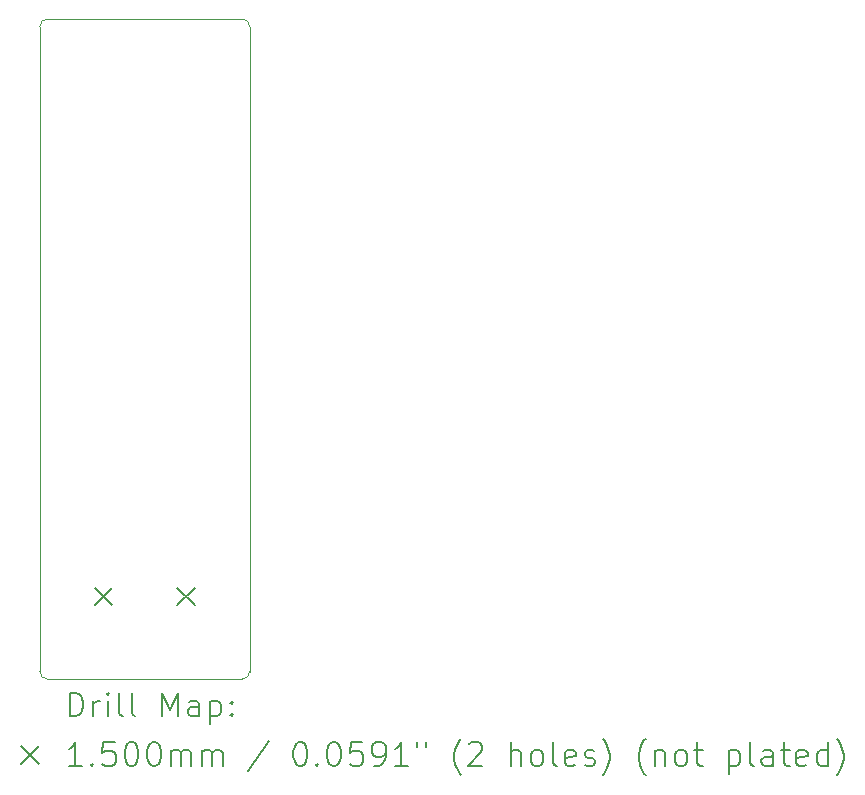
<source format=gbr>
%TF.GenerationSoftware,KiCad,Pcbnew,6.0.9-8da3e8f707~116~ubuntu20.04.1*%
%TF.CreationDate,2022-12-23T11:35:52+01:00*%
%TF.ProjectId,pcm_dac,70636d5f-6461-4632-9e6b-696361645f70,rev?*%
%TF.SameCoordinates,Original*%
%TF.FileFunction,Drillmap*%
%TF.FilePolarity,Positive*%
%FSLAX45Y45*%
G04 Gerber Fmt 4.5, Leading zero omitted, Abs format (unit mm)*
G04 Created by KiCad (PCBNEW 6.0.9-8da3e8f707~116~ubuntu20.04.1) date 2022-12-23 11:35:52*
%MOMM*%
%LPD*%
G01*
G04 APERTURE LIST*
%ADD10C,0.100000*%
%ADD11C,0.200000*%
%ADD12C,0.150000*%
G04 APERTURE END LIST*
D10*
X11938000Y-5905500D02*
X11938000Y-11366500D01*
X13652500Y-11430000D02*
G75*
G03*
X13716000Y-11366500I0J63500D01*
G01*
X13716000Y-5905500D02*
G75*
G03*
X13652500Y-5842000I-63500J0D01*
G01*
X11938000Y-11366500D02*
G75*
G03*
X12001500Y-11430000I63500J0D01*
G01*
X13716000Y-11366500D02*
X13716000Y-5905500D01*
X13652500Y-5842000D02*
X12001500Y-5842000D01*
X12001500Y-11430000D02*
X13652500Y-11430000D01*
X12001500Y-5842000D02*
G75*
G03*
X11938000Y-5905500I0J-63500D01*
G01*
D11*
D12*
X12402500Y-10656500D02*
X12552500Y-10806500D01*
X12552500Y-10656500D02*
X12402500Y-10806500D01*
X13102500Y-10656500D02*
X13252500Y-10806500D01*
X13252500Y-10656500D02*
X13102500Y-10806500D01*
D11*
X12190619Y-11745476D02*
X12190619Y-11545476D01*
X12238238Y-11545476D01*
X12266809Y-11555000D01*
X12285857Y-11574048D01*
X12295381Y-11593095D01*
X12304905Y-11631190D01*
X12304905Y-11659762D01*
X12295381Y-11697857D01*
X12285857Y-11716905D01*
X12266809Y-11735952D01*
X12238238Y-11745476D01*
X12190619Y-11745476D01*
X12390619Y-11745476D02*
X12390619Y-11612143D01*
X12390619Y-11650238D02*
X12400143Y-11631190D01*
X12409667Y-11621667D01*
X12428714Y-11612143D01*
X12447762Y-11612143D01*
X12514428Y-11745476D02*
X12514428Y-11612143D01*
X12514428Y-11545476D02*
X12504905Y-11555000D01*
X12514428Y-11564524D01*
X12523952Y-11555000D01*
X12514428Y-11545476D01*
X12514428Y-11564524D01*
X12638238Y-11745476D02*
X12619190Y-11735952D01*
X12609667Y-11716905D01*
X12609667Y-11545476D01*
X12743000Y-11745476D02*
X12723952Y-11735952D01*
X12714428Y-11716905D01*
X12714428Y-11545476D01*
X12971571Y-11745476D02*
X12971571Y-11545476D01*
X13038238Y-11688333D01*
X13104905Y-11545476D01*
X13104905Y-11745476D01*
X13285857Y-11745476D02*
X13285857Y-11640714D01*
X13276333Y-11621667D01*
X13257286Y-11612143D01*
X13219190Y-11612143D01*
X13200143Y-11621667D01*
X13285857Y-11735952D02*
X13266809Y-11745476D01*
X13219190Y-11745476D01*
X13200143Y-11735952D01*
X13190619Y-11716905D01*
X13190619Y-11697857D01*
X13200143Y-11678809D01*
X13219190Y-11669286D01*
X13266809Y-11669286D01*
X13285857Y-11659762D01*
X13381095Y-11612143D02*
X13381095Y-11812143D01*
X13381095Y-11621667D02*
X13400143Y-11612143D01*
X13438238Y-11612143D01*
X13457286Y-11621667D01*
X13466809Y-11631190D01*
X13476333Y-11650238D01*
X13476333Y-11707381D01*
X13466809Y-11726428D01*
X13457286Y-11735952D01*
X13438238Y-11745476D01*
X13400143Y-11745476D01*
X13381095Y-11735952D01*
X13562048Y-11726428D02*
X13571571Y-11735952D01*
X13562048Y-11745476D01*
X13552524Y-11735952D01*
X13562048Y-11726428D01*
X13562048Y-11745476D01*
X13562048Y-11621667D02*
X13571571Y-11631190D01*
X13562048Y-11640714D01*
X13552524Y-11631190D01*
X13562048Y-11621667D01*
X13562048Y-11640714D01*
D12*
X11783000Y-12000000D02*
X11933000Y-12150000D01*
X11933000Y-12000000D02*
X11783000Y-12150000D01*
D11*
X12295381Y-12165476D02*
X12181095Y-12165476D01*
X12238238Y-12165476D02*
X12238238Y-11965476D01*
X12219190Y-11994048D01*
X12200143Y-12013095D01*
X12181095Y-12022619D01*
X12381095Y-12146428D02*
X12390619Y-12155952D01*
X12381095Y-12165476D01*
X12371571Y-12155952D01*
X12381095Y-12146428D01*
X12381095Y-12165476D01*
X12571571Y-11965476D02*
X12476333Y-11965476D01*
X12466809Y-12060714D01*
X12476333Y-12051190D01*
X12495381Y-12041667D01*
X12543000Y-12041667D01*
X12562048Y-12051190D01*
X12571571Y-12060714D01*
X12581095Y-12079762D01*
X12581095Y-12127381D01*
X12571571Y-12146428D01*
X12562048Y-12155952D01*
X12543000Y-12165476D01*
X12495381Y-12165476D01*
X12476333Y-12155952D01*
X12466809Y-12146428D01*
X12704905Y-11965476D02*
X12723952Y-11965476D01*
X12743000Y-11975000D01*
X12752524Y-11984524D01*
X12762048Y-12003571D01*
X12771571Y-12041667D01*
X12771571Y-12089286D01*
X12762048Y-12127381D01*
X12752524Y-12146428D01*
X12743000Y-12155952D01*
X12723952Y-12165476D01*
X12704905Y-12165476D01*
X12685857Y-12155952D01*
X12676333Y-12146428D01*
X12666809Y-12127381D01*
X12657286Y-12089286D01*
X12657286Y-12041667D01*
X12666809Y-12003571D01*
X12676333Y-11984524D01*
X12685857Y-11975000D01*
X12704905Y-11965476D01*
X12895381Y-11965476D02*
X12914428Y-11965476D01*
X12933476Y-11975000D01*
X12943000Y-11984524D01*
X12952524Y-12003571D01*
X12962048Y-12041667D01*
X12962048Y-12089286D01*
X12952524Y-12127381D01*
X12943000Y-12146428D01*
X12933476Y-12155952D01*
X12914428Y-12165476D01*
X12895381Y-12165476D01*
X12876333Y-12155952D01*
X12866809Y-12146428D01*
X12857286Y-12127381D01*
X12847762Y-12089286D01*
X12847762Y-12041667D01*
X12857286Y-12003571D01*
X12866809Y-11984524D01*
X12876333Y-11975000D01*
X12895381Y-11965476D01*
X13047762Y-12165476D02*
X13047762Y-12032143D01*
X13047762Y-12051190D02*
X13057286Y-12041667D01*
X13076333Y-12032143D01*
X13104905Y-12032143D01*
X13123952Y-12041667D01*
X13133476Y-12060714D01*
X13133476Y-12165476D01*
X13133476Y-12060714D02*
X13143000Y-12041667D01*
X13162048Y-12032143D01*
X13190619Y-12032143D01*
X13209667Y-12041667D01*
X13219190Y-12060714D01*
X13219190Y-12165476D01*
X13314428Y-12165476D02*
X13314428Y-12032143D01*
X13314428Y-12051190D02*
X13323952Y-12041667D01*
X13343000Y-12032143D01*
X13371571Y-12032143D01*
X13390619Y-12041667D01*
X13400143Y-12060714D01*
X13400143Y-12165476D01*
X13400143Y-12060714D02*
X13409667Y-12041667D01*
X13428714Y-12032143D01*
X13457286Y-12032143D01*
X13476333Y-12041667D01*
X13485857Y-12060714D01*
X13485857Y-12165476D01*
X13876333Y-11955952D02*
X13704905Y-12213095D01*
X14133476Y-11965476D02*
X14152524Y-11965476D01*
X14171571Y-11975000D01*
X14181095Y-11984524D01*
X14190619Y-12003571D01*
X14200143Y-12041667D01*
X14200143Y-12089286D01*
X14190619Y-12127381D01*
X14181095Y-12146428D01*
X14171571Y-12155952D01*
X14152524Y-12165476D01*
X14133476Y-12165476D01*
X14114428Y-12155952D01*
X14104905Y-12146428D01*
X14095381Y-12127381D01*
X14085857Y-12089286D01*
X14085857Y-12041667D01*
X14095381Y-12003571D01*
X14104905Y-11984524D01*
X14114428Y-11975000D01*
X14133476Y-11965476D01*
X14285857Y-12146428D02*
X14295381Y-12155952D01*
X14285857Y-12165476D01*
X14276333Y-12155952D01*
X14285857Y-12146428D01*
X14285857Y-12165476D01*
X14419190Y-11965476D02*
X14438238Y-11965476D01*
X14457286Y-11975000D01*
X14466809Y-11984524D01*
X14476333Y-12003571D01*
X14485857Y-12041667D01*
X14485857Y-12089286D01*
X14476333Y-12127381D01*
X14466809Y-12146428D01*
X14457286Y-12155952D01*
X14438238Y-12165476D01*
X14419190Y-12165476D01*
X14400143Y-12155952D01*
X14390619Y-12146428D01*
X14381095Y-12127381D01*
X14371571Y-12089286D01*
X14371571Y-12041667D01*
X14381095Y-12003571D01*
X14390619Y-11984524D01*
X14400143Y-11975000D01*
X14419190Y-11965476D01*
X14666809Y-11965476D02*
X14571571Y-11965476D01*
X14562048Y-12060714D01*
X14571571Y-12051190D01*
X14590619Y-12041667D01*
X14638238Y-12041667D01*
X14657286Y-12051190D01*
X14666809Y-12060714D01*
X14676333Y-12079762D01*
X14676333Y-12127381D01*
X14666809Y-12146428D01*
X14657286Y-12155952D01*
X14638238Y-12165476D01*
X14590619Y-12165476D01*
X14571571Y-12155952D01*
X14562048Y-12146428D01*
X14771571Y-12165476D02*
X14809667Y-12165476D01*
X14828714Y-12155952D01*
X14838238Y-12146428D01*
X14857286Y-12117857D01*
X14866809Y-12079762D01*
X14866809Y-12003571D01*
X14857286Y-11984524D01*
X14847762Y-11975000D01*
X14828714Y-11965476D01*
X14790619Y-11965476D01*
X14771571Y-11975000D01*
X14762048Y-11984524D01*
X14752524Y-12003571D01*
X14752524Y-12051190D01*
X14762048Y-12070238D01*
X14771571Y-12079762D01*
X14790619Y-12089286D01*
X14828714Y-12089286D01*
X14847762Y-12079762D01*
X14857286Y-12070238D01*
X14866809Y-12051190D01*
X15057286Y-12165476D02*
X14943000Y-12165476D01*
X15000143Y-12165476D02*
X15000143Y-11965476D01*
X14981095Y-11994048D01*
X14962048Y-12013095D01*
X14943000Y-12022619D01*
X15133476Y-11965476D02*
X15133476Y-12003571D01*
X15209667Y-11965476D02*
X15209667Y-12003571D01*
X15504905Y-12241667D02*
X15495381Y-12232143D01*
X15476333Y-12203571D01*
X15466809Y-12184524D01*
X15457286Y-12155952D01*
X15447762Y-12108333D01*
X15447762Y-12070238D01*
X15457286Y-12022619D01*
X15466809Y-11994048D01*
X15476333Y-11975000D01*
X15495381Y-11946428D01*
X15504905Y-11936905D01*
X15571571Y-11984524D02*
X15581095Y-11975000D01*
X15600143Y-11965476D01*
X15647762Y-11965476D01*
X15666809Y-11975000D01*
X15676333Y-11984524D01*
X15685857Y-12003571D01*
X15685857Y-12022619D01*
X15676333Y-12051190D01*
X15562048Y-12165476D01*
X15685857Y-12165476D01*
X15923952Y-12165476D02*
X15923952Y-11965476D01*
X16009667Y-12165476D02*
X16009667Y-12060714D01*
X16000143Y-12041667D01*
X15981095Y-12032143D01*
X15952524Y-12032143D01*
X15933476Y-12041667D01*
X15923952Y-12051190D01*
X16133476Y-12165476D02*
X16114428Y-12155952D01*
X16104905Y-12146428D01*
X16095381Y-12127381D01*
X16095381Y-12070238D01*
X16104905Y-12051190D01*
X16114428Y-12041667D01*
X16133476Y-12032143D01*
X16162048Y-12032143D01*
X16181095Y-12041667D01*
X16190619Y-12051190D01*
X16200143Y-12070238D01*
X16200143Y-12127381D01*
X16190619Y-12146428D01*
X16181095Y-12155952D01*
X16162048Y-12165476D01*
X16133476Y-12165476D01*
X16314428Y-12165476D02*
X16295381Y-12155952D01*
X16285857Y-12136905D01*
X16285857Y-11965476D01*
X16466809Y-12155952D02*
X16447762Y-12165476D01*
X16409667Y-12165476D01*
X16390619Y-12155952D01*
X16381095Y-12136905D01*
X16381095Y-12060714D01*
X16390619Y-12041667D01*
X16409667Y-12032143D01*
X16447762Y-12032143D01*
X16466809Y-12041667D01*
X16476333Y-12060714D01*
X16476333Y-12079762D01*
X16381095Y-12098809D01*
X16552524Y-12155952D02*
X16571571Y-12165476D01*
X16609667Y-12165476D01*
X16628714Y-12155952D01*
X16638238Y-12136905D01*
X16638238Y-12127381D01*
X16628714Y-12108333D01*
X16609667Y-12098809D01*
X16581095Y-12098809D01*
X16562048Y-12089286D01*
X16552524Y-12070238D01*
X16552524Y-12060714D01*
X16562048Y-12041667D01*
X16581095Y-12032143D01*
X16609667Y-12032143D01*
X16628714Y-12041667D01*
X16704905Y-12241667D02*
X16714428Y-12232143D01*
X16733476Y-12203571D01*
X16743000Y-12184524D01*
X16752524Y-12155952D01*
X16762048Y-12108333D01*
X16762048Y-12070238D01*
X16752524Y-12022619D01*
X16743000Y-11994048D01*
X16733476Y-11975000D01*
X16714428Y-11946428D01*
X16704905Y-11936905D01*
X17066810Y-12241667D02*
X17057286Y-12232143D01*
X17038238Y-12203571D01*
X17028714Y-12184524D01*
X17019190Y-12155952D01*
X17009667Y-12108333D01*
X17009667Y-12070238D01*
X17019190Y-12022619D01*
X17028714Y-11994048D01*
X17038238Y-11975000D01*
X17057286Y-11946428D01*
X17066810Y-11936905D01*
X17143000Y-12032143D02*
X17143000Y-12165476D01*
X17143000Y-12051190D02*
X17152524Y-12041667D01*
X17171571Y-12032143D01*
X17200143Y-12032143D01*
X17219190Y-12041667D01*
X17228714Y-12060714D01*
X17228714Y-12165476D01*
X17352524Y-12165476D02*
X17333476Y-12155952D01*
X17323952Y-12146428D01*
X17314429Y-12127381D01*
X17314429Y-12070238D01*
X17323952Y-12051190D01*
X17333476Y-12041667D01*
X17352524Y-12032143D01*
X17381095Y-12032143D01*
X17400143Y-12041667D01*
X17409667Y-12051190D01*
X17419190Y-12070238D01*
X17419190Y-12127381D01*
X17409667Y-12146428D01*
X17400143Y-12155952D01*
X17381095Y-12165476D01*
X17352524Y-12165476D01*
X17476333Y-12032143D02*
X17552524Y-12032143D01*
X17504905Y-11965476D02*
X17504905Y-12136905D01*
X17514429Y-12155952D01*
X17533476Y-12165476D01*
X17552524Y-12165476D01*
X17771571Y-12032143D02*
X17771571Y-12232143D01*
X17771571Y-12041667D02*
X17790619Y-12032143D01*
X17828714Y-12032143D01*
X17847762Y-12041667D01*
X17857286Y-12051190D01*
X17866810Y-12070238D01*
X17866810Y-12127381D01*
X17857286Y-12146428D01*
X17847762Y-12155952D01*
X17828714Y-12165476D01*
X17790619Y-12165476D01*
X17771571Y-12155952D01*
X17981095Y-12165476D02*
X17962048Y-12155952D01*
X17952524Y-12136905D01*
X17952524Y-11965476D01*
X18143000Y-12165476D02*
X18143000Y-12060714D01*
X18133476Y-12041667D01*
X18114429Y-12032143D01*
X18076333Y-12032143D01*
X18057286Y-12041667D01*
X18143000Y-12155952D02*
X18123952Y-12165476D01*
X18076333Y-12165476D01*
X18057286Y-12155952D01*
X18047762Y-12136905D01*
X18047762Y-12117857D01*
X18057286Y-12098809D01*
X18076333Y-12089286D01*
X18123952Y-12089286D01*
X18143000Y-12079762D01*
X18209667Y-12032143D02*
X18285857Y-12032143D01*
X18238238Y-11965476D02*
X18238238Y-12136905D01*
X18247762Y-12155952D01*
X18266810Y-12165476D01*
X18285857Y-12165476D01*
X18428714Y-12155952D02*
X18409667Y-12165476D01*
X18371571Y-12165476D01*
X18352524Y-12155952D01*
X18343000Y-12136905D01*
X18343000Y-12060714D01*
X18352524Y-12041667D01*
X18371571Y-12032143D01*
X18409667Y-12032143D01*
X18428714Y-12041667D01*
X18438238Y-12060714D01*
X18438238Y-12079762D01*
X18343000Y-12098809D01*
X18609667Y-12165476D02*
X18609667Y-11965476D01*
X18609667Y-12155952D02*
X18590619Y-12165476D01*
X18552524Y-12165476D01*
X18533476Y-12155952D01*
X18523952Y-12146428D01*
X18514429Y-12127381D01*
X18514429Y-12070238D01*
X18523952Y-12051190D01*
X18533476Y-12041667D01*
X18552524Y-12032143D01*
X18590619Y-12032143D01*
X18609667Y-12041667D01*
X18685857Y-12241667D02*
X18695381Y-12232143D01*
X18714429Y-12203571D01*
X18723952Y-12184524D01*
X18733476Y-12155952D01*
X18743000Y-12108333D01*
X18743000Y-12070238D01*
X18733476Y-12022619D01*
X18723952Y-11994048D01*
X18714429Y-11975000D01*
X18695381Y-11946428D01*
X18685857Y-11936905D01*
M02*

</source>
